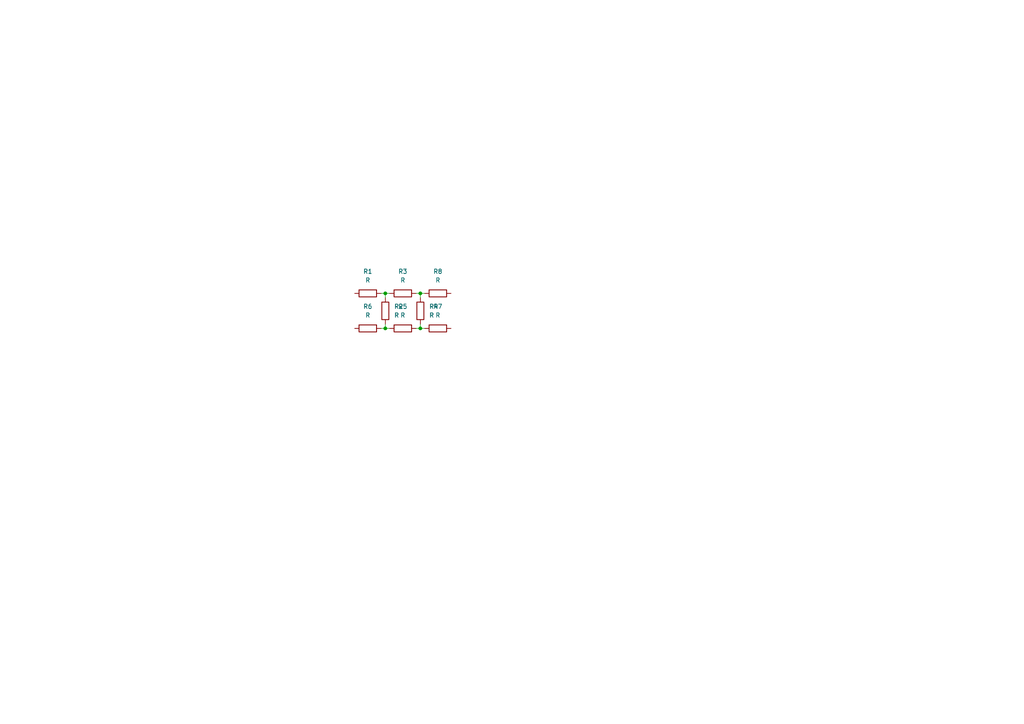
<source format=kicad_sch>
(kicad_sch (version 20250114) (generator "eeschema") (generator_version "9.0")
  (paper "A4")
  (lib_symbols
    (symbol "Device:R" (pin_numbers (hide yes)) (pin_names (offset 0))
      (property "Reference" "R" (at 2.032 0 90))
      (property "Value" "R" (at 0 0 90))
      (symbol "R_0_1"
        (rectangle (start -1.016 -2.54) (end 1.016 2.54) (stroke (width 0.254)))
      )
      (symbol "R_1_1"
        (pin passive line (at 0 3.81 270) (length 1.27) (name "~") (number "1"))
        (pin passive line (at 0 -3.81 90) (length 1.27) (name "~") (number "2"))
      )
    )
  )
  (junction (at 121.92 85.09))
  (junction (at 121.92 95.25))
  (junction (at 111.76 95.25))
  (junction (at 111.76 85.09))
  (wire (pts (xy 121.92 95.25) (xy 121.92 93.98)))
  (wire (pts (xy 111.76 85.09) (xy 113.03 85.09)))
  (wire (pts (xy 120.65 85.09) (xy 121.92 85.09)))
  (wire (pts (xy 121.92 95.25) (xy 123.19 95.25)))
  (wire (pts (xy 110.49 85.09) (xy 111.76 85.09)))
  (wire (pts (xy 121.92 85.09) (xy 123.19 85.09)))
  (wire (pts (xy 111.76 95.25) (xy 113.03 95.25)))
  (wire (pts (xy 111.76 93.98) (xy 111.76 95.25)))
  (wire (pts (xy 111.76 85.09) (xy 111.76 86.36)))
  (wire (pts (xy 111.76 95.25) (xy 110.49 95.25)))
  (wire (pts (xy 120.65 95.25) (xy 121.92 95.25)))
  (wire (pts (xy 121.92 85.09) (xy 121.92 86.36)))
  (symbol (lib_id "Device:R") (at 106.68 95.25 270) (unit 1)
    (property "Reference" "R6" (at 106.68 88.9 90))
    (property "Value" "R" (at 106.68 91.44 90))
    (property "Footprint" "Butler_matrix:zo_245GHz" (effects (hide yes)))
    (property "Description" "Resistor" (effects (hide yes)))
  )
  (symbol (lib_id "Device:R") (at 121.92 90.17 180) (unit 1)
    (property "Reference" "R4" (at 124.46 88.8999 0) (effects (justify right)))
    (property "Value" "R" (at 124.46 91.4399 0) (effects (justify right)))
    (property "Footprint" "Butler_matrix:zo_245GHz" (effects (hide yes)))
    (property "Description" "Resistor" (effects (hide yes)))
  )
  (symbol (lib_id "Device:R") (at 111.76 90.17 180) (unit 1)
    (property "Reference" "R2" (at 114.3 88.8999 0) (effects (justify right)))
    (property "Value" "R" (at 114.3 91.4399 0) (effects (justify right)))
    (property "Footprint" "Butler_matrix:zo_245GHz" (effects (hide yes)))
    (property "Description" "Resistor" (effects (hide yes)))
  )
  (symbol (lib_id "Device:R") (at 116.84 95.25 270) (unit 1)
    (property "Reference" "R5" (at 116.84 88.9 90))
    (property "Value" "R" (at 116.84 91.44 90))
    (property "Footprint" "Butler_matrix:Hybrid_part" (effects (hide yes)))
    (property "Description" "Resistor" (effects (hide yes)))
  )
  (symbol (lib_id "Device:R") (at 127 85.09 270) (unit 1)
    (property "Reference" "R8" (at 127 78.74 90))
    (property "Value" "R" (at 127 81.28 90))
    (property "Footprint" "Butler_matrix:zo_245GHz" (effects (hide yes)))
    (property "Description" "Resistor" (effects (hide yes)))
  )
  (symbol (lib_id "Device:R") (at 116.84 85.09 270) (unit 1)
    (property "Reference" "R3" (at 116.84 78.74 90))
    (property "Value" "R" (at 116.84 81.28 90))
    (property "Footprint" "Butler_matrix:Hybrid_part" (effects (hide yes)))
    (property "Description" "Resistor" (effects (hide yes)))
  )
  (symbol (lib_id "Device:R") (at 106.68 85.09 90) (unit 1)
    (property "Reference" "R1" (at 106.68 78.74 90))
    (property "Value" "R" (at 106.68 81.28 90))
    (property "Footprint" "Butler_matrix:zo_245GHz" (effects (hide yes)))
    (property "Description" "Resistor" (effects (hide yes)))
  )
  (symbol (lib_id "Device:R") (at 127 95.25 270) (unit 1)
    (property "Reference" "R7" (at 127 88.9 90))
    (property "Value" "R" (at 127 91.44 90))
    (property "Footprint" "Butler_matrix:zo_245GHz" (effects (hide yes)))
    (property "Description" "Resistor" (effects (hide yes)))
  )
)
</source>
